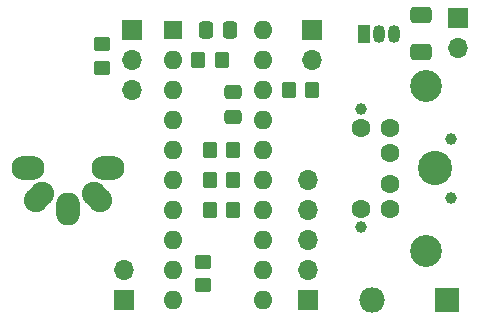
<source format=gbr>
%TF.GenerationSoftware,KiCad,Pcbnew,(6.0.0)*%
%TF.CreationDate,2022-10-20T13:45:11-04:00*%
%TF.ProjectId,TandyKey-B,54616e64-794b-4657-992d-422e6b696361,rev?*%
%TF.SameCoordinates,Original*%
%TF.FileFunction,Soldermask,Bot*%
%TF.FilePolarity,Negative*%
%FSLAX46Y46*%
G04 Gerber Fmt 4.6, Leading zero omitted, Abs format (unit mm)*
G04 Created by KiCad (PCBNEW (6.0.0)) date 2022-10-20 13:45:11*
%MOMM*%
%LPD*%
G01*
G04 APERTURE LIST*
G04 Aperture macros list*
%AMRoundRect*
0 Rectangle with rounded corners*
0 $1 Rounding radius*
0 $2 $3 $4 $5 $6 $7 $8 $9 X,Y pos of 4 corners*
0 Add a 4 corners polygon primitive as box body*
4,1,4,$2,$3,$4,$5,$6,$7,$8,$9,$2,$3,0*
0 Add four circle primitives for the rounded corners*
1,1,$1+$1,$2,$3*
1,1,$1+$1,$4,$5*
1,1,$1+$1,$6,$7*
1,1,$1+$1,$8,$9*
0 Add four rect primitives between the rounded corners*
20,1,$1+$1,$2,$3,$4,$5,0*
20,1,$1+$1,$4,$5,$6,$7,0*
20,1,$1+$1,$6,$7,$8,$9,0*
20,1,$1+$1,$8,$9,$2,$3,0*%
%AMHorizOval*
0 Thick line with rounded ends*
0 $1 width*
0 $2 $3 position (X,Y) of the first rounded end (center of the circle)*
0 $4 $5 position (X,Y) of the second rounded end (center of the circle)*
0 Add line between two ends*
20,1,$1,$2,$3,$4,$5,0*
0 Add two circle primitives to create the rounded ends*
1,1,$1,$2,$3*
1,1,$1,$4,$5*%
G04 Aperture macros list end*
%ADD10O,2.794000X2.032000*%
%ADD11O,2.032000X2.794000*%
%ADD12HorizOval,2.032000X-0.269408X0.269408X0.269408X-0.269408X0*%
%ADD13HorizOval,2.032000X-0.269408X-0.269408X0.269408X0.269408X0*%
%ADD14R,1.700000X1.700000*%
%ADD15O,1.700000X1.700000*%
%ADD16R,2.159000X2.159000*%
%ADD17O,2.159000X2.159000*%
%ADD18R,1.050000X1.500000*%
%ADD19O,1.050000X1.500000*%
%ADD20R,1.600000X1.600000*%
%ADD21O,1.600000X1.600000*%
%ADD22C,2.700000*%
%ADD23C,2.899999*%
%ADD24C,1.600000*%
%ADD25C,1.000000*%
%ADD26RoundRect,0.250000X0.450000X-0.350000X0.450000X0.350000X-0.450000X0.350000X-0.450000X-0.350000X0*%
%ADD27RoundRect,0.250000X-0.337500X-0.475000X0.337500X-0.475000X0.337500X0.475000X-0.337500X0.475000X0*%
%ADD28RoundRect,0.250000X0.475000X-0.337500X0.475000X0.337500X-0.475000X0.337500X-0.475000X-0.337500X0*%
%ADD29RoundRect,0.250000X0.650000X-0.412500X0.650000X0.412500X-0.650000X0.412500X-0.650000X-0.412500X0*%
%ADD30RoundRect,0.250000X0.350000X0.450000X-0.350000X0.450000X-0.350000X-0.450000X0.350000X-0.450000X0*%
%ADD31RoundRect,0.250000X-0.350000X-0.450000X0.350000X-0.450000X0.350000X0.450000X-0.350000X0.450000X0*%
%ADD32RoundRect,0.250000X-0.450000X0.350000X-0.450000X-0.350000X0.450000X-0.350000X0.450000X0.350000X0*%
G04 APERTURE END LIST*
D10*
%TO.C,J1*%
X116751100Y-96520000D03*
D11*
X113347500Y-99923600D03*
D10*
X109943900Y-96520000D03*
D12*
X115811300Y-98983800D03*
D13*
X110883700Y-98983800D03*
%TD*%
D14*
%TO.C,J5*%
X118745000Y-84787500D03*
D15*
X118745000Y-87327500D03*
X118745000Y-89867500D03*
%TD*%
D16*
%TO.C,SW1*%
X145465000Y-107632500D03*
D17*
X139065000Y-107632500D03*
%TD*%
D18*
%TO.C,U2*%
X138430000Y-85132500D03*
D19*
X139700000Y-85132500D03*
X140970000Y-85132500D03*
%TD*%
D20*
%TO.C,U1*%
X122247508Y-84777504D03*
D21*
X122247508Y-87317504D03*
X122247508Y-89857504D03*
X122247508Y-92397504D03*
X122247508Y-94937504D03*
X122247508Y-97477504D03*
X122247508Y-100017504D03*
X122247508Y-102557504D03*
X122247508Y-105097504D03*
X122247508Y-107637504D03*
X129867508Y-107637504D03*
X129867508Y-105097504D03*
X129867508Y-102557504D03*
X129867508Y-100017504D03*
X129867508Y-97477504D03*
X129867508Y-94937504D03*
X129867508Y-92397504D03*
X129867508Y-89857504D03*
X129867508Y-87317504D03*
X129867508Y-84777504D03*
%TD*%
D22*
%TO.C,J2*%
X143625000Y-103520001D03*
X143625000Y-89519999D03*
D23*
X144425000Y-96520000D03*
D24*
X140625000Y-95220000D03*
X140625000Y-97820000D03*
X140625000Y-93120000D03*
X140625000Y-99920000D03*
X138125000Y-93120000D03*
X138125000Y-99920000D03*
D25*
X145725000Y-94020000D03*
X145725000Y-99020000D03*
X138125000Y-91520000D03*
X138125000Y-101520000D03*
%TD*%
D14*
%TO.C,D1*%
X133985000Y-84772500D03*
D15*
X133985000Y-87312500D03*
%TD*%
D14*
%TO.C,J3*%
X133667500Y-107627500D03*
D15*
X133667500Y-105087500D03*
X133667500Y-102547500D03*
X133667500Y-100007500D03*
X133667500Y-97467500D03*
%TD*%
D14*
%TO.C,J4*%
X146367500Y-83820000D03*
D15*
X146367500Y-86360000D03*
%TD*%
D14*
%TO.C,D2*%
X118110000Y-107632500D03*
D15*
X118110000Y-105092500D03*
%TD*%
D26*
%TO.C,R1*%
X116205000Y-87995000D03*
X116205000Y-85995000D03*
%TD*%
D27*
%TO.C,C1*%
X125010000Y-84772500D03*
X127085000Y-84772500D03*
%TD*%
D28*
%TO.C,C4*%
X127270000Y-92160000D03*
X127270000Y-90085000D03*
%TD*%
D29*
%TO.C,C2*%
X143192500Y-86652500D03*
X143192500Y-83527500D03*
%TD*%
D30*
%TO.C,R7*%
X127317500Y-100012500D03*
X125317500Y-100012500D03*
%TD*%
D31*
%TO.C,R2*%
X124375008Y-87312500D03*
X126375008Y-87312500D03*
%TD*%
%TO.C,R4*%
X125317500Y-94932500D03*
X127317500Y-94932500D03*
%TD*%
%TO.C,R3*%
X132032500Y-89852500D03*
X134032500Y-89852500D03*
%TD*%
D30*
%TO.C,R6*%
X127317500Y-97472500D03*
X125317500Y-97472500D03*
%TD*%
D32*
%TO.C,R8*%
X124777500Y-104410000D03*
X124777500Y-106410000D03*
%TD*%
M02*

</source>
